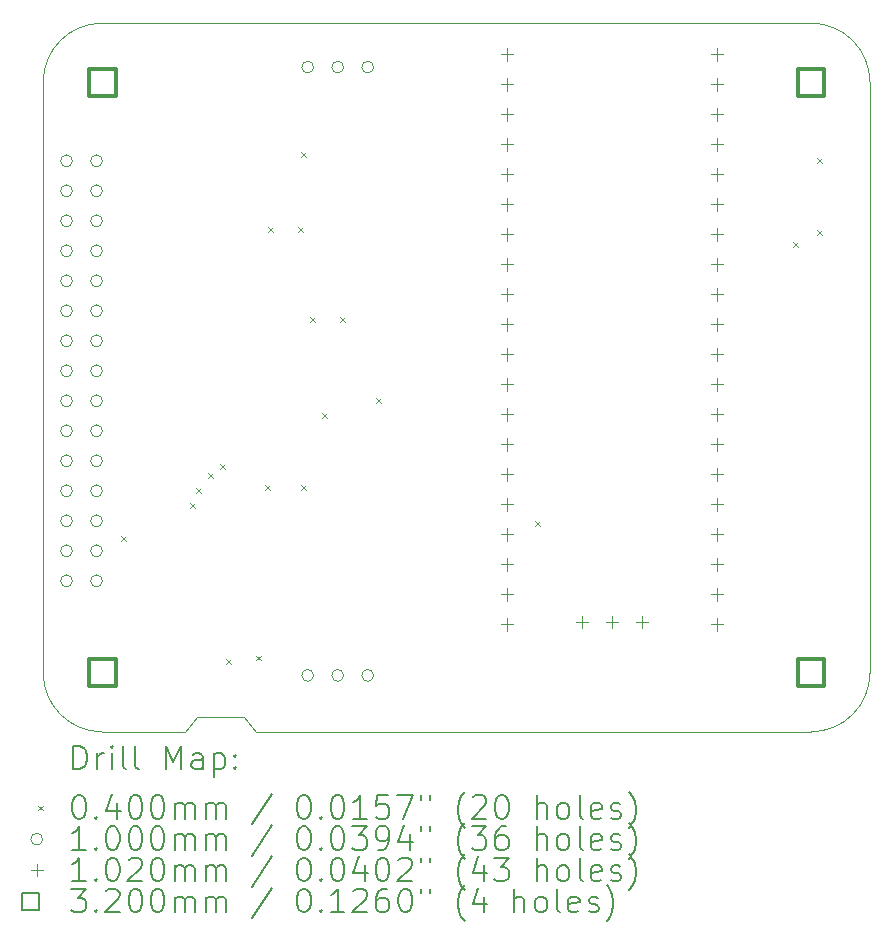
<source format=gbr>
%TF.GenerationSoftware,KiCad,Pcbnew,7.0.7*%
%TF.CreationDate,2023-10-08T00:04:54-07:00*%
%TF.ProjectId,LogicAnalyzer,4c6f6769-6341-46e6-916c-797a65722e6b,rev?*%
%TF.SameCoordinates,Original*%
%TF.FileFunction,Drillmap*%
%TF.FilePolarity,Positive*%
%FSLAX45Y45*%
G04 Gerber Fmt 4.5, Leading zero omitted, Abs format (unit mm)*
G04 Created by KiCad (PCBNEW 7.0.7) date 2023-10-08 00:04:54*
%MOMM*%
%LPD*%
G01*
G04 APERTURE LIST*
%ADD10C,0.100000*%
%ADD11C,0.200000*%
%ADD12C,0.040000*%
%ADD13C,0.102000*%
%ADD14C,0.320000*%
G04 APERTURE END LIST*
D10*
X7700000Y-12075000D02*
X7800000Y-12200000D01*
X7650000Y-12075000D02*
X7700000Y-12075000D01*
X7300000Y-12075000D02*
X7650000Y-12075000D01*
X7200000Y-12200000D02*
X7300000Y-12075000D01*
X6500000Y-12200000D02*
X7200000Y-12200000D01*
X6000000Y-11700000D02*
X6000000Y-6700000D01*
X12500000Y-12200000D02*
X7800000Y-12200000D01*
X13000000Y-6700000D02*
X13000000Y-11700000D01*
X6500000Y-6200000D02*
X12500000Y-6200000D01*
X6000000Y-11700000D02*
G75*
G03*
X6500000Y-12200000I500000J0D01*
G01*
X12500000Y-12200000D02*
G75*
G03*
X13000000Y-11700000I0J500000D01*
G01*
X13000000Y-6700000D02*
G75*
G03*
X12500000Y-6200000I-500000J0D01*
G01*
X6500000Y-6200000D02*
G75*
G03*
X6000000Y-6700000I0J-500000D01*
G01*
D11*
D12*
X6660200Y-10546400D02*
X6700200Y-10586400D01*
X6700200Y-10546400D02*
X6660200Y-10586400D01*
X7244400Y-10267000D02*
X7284400Y-10307000D01*
X7284400Y-10267000D02*
X7244400Y-10307000D01*
X7294735Y-10139535D02*
X7334735Y-10179535D01*
X7334735Y-10139535D02*
X7294735Y-10179535D01*
X7396335Y-10012535D02*
X7436335Y-10052535D01*
X7436335Y-10012535D02*
X7396335Y-10052535D01*
X7497378Y-9931000D02*
X7537378Y-9971000D01*
X7537378Y-9931000D02*
X7497378Y-9971000D01*
X7549200Y-11587800D02*
X7589200Y-11627800D01*
X7589200Y-11587800D02*
X7549200Y-11627800D01*
X7805000Y-11555000D02*
X7845000Y-11595000D01*
X7845000Y-11555000D02*
X7805000Y-11595000D01*
X7879400Y-10113500D02*
X7919400Y-10153500D01*
X7919400Y-10113500D02*
X7879400Y-10153500D01*
X7904800Y-7930200D02*
X7944800Y-7970200D01*
X7944800Y-7930200D02*
X7904800Y-7970200D01*
X8158800Y-7930200D02*
X8198800Y-7970200D01*
X8198800Y-7930200D02*
X8158800Y-7970200D01*
X8184199Y-10113500D02*
X8224199Y-10153500D01*
X8224199Y-10113500D02*
X8184199Y-10153500D01*
X8184200Y-7295200D02*
X8224200Y-7335200D01*
X8224200Y-7295200D02*
X8184200Y-7335200D01*
X8260400Y-8692200D02*
X8300400Y-8732200D01*
X8300400Y-8692200D02*
X8260400Y-8732200D01*
X8362000Y-9505000D02*
X8402000Y-9545000D01*
X8402000Y-9505000D02*
X8362000Y-9545000D01*
X8514400Y-8692200D02*
X8554400Y-8732200D01*
X8554400Y-8692200D02*
X8514400Y-8732200D01*
X8819200Y-9378000D02*
X8859200Y-9418000D01*
X8859200Y-9378000D02*
X8819200Y-9418000D01*
X10165400Y-10419400D02*
X10205400Y-10459400D01*
X10205400Y-10419400D02*
X10165400Y-10459400D01*
X12349800Y-8057200D02*
X12389800Y-8097200D01*
X12389800Y-8057200D02*
X12349800Y-8097200D01*
X12552999Y-7346000D02*
X12592999Y-7386000D01*
X12592999Y-7346000D02*
X12552999Y-7386000D01*
X12553000Y-7955600D02*
X12593000Y-7995600D01*
X12593000Y-7955600D02*
X12553000Y-7995600D01*
D10*
X6247600Y-7366000D02*
G75*
G03*
X6247600Y-7366000I-50000J0D01*
G01*
X6247600Y-7620000D02*
G75*
G03*
X6247600Y-7620000I-50000J0D01*
G01*
X6247600Y-7874000D02*
G75*
G03*
X6247600Y-7874000I-50000J0D01*
G01*
X6247600Y-8128000D02*
G75*
G03*
X6247600Y-8128000I-50000J0D01*
G01*
X6247600Y-8382000D02*
G75*
G03*
X6247600Y-8382000I-50000J0D01*
G01*
X6247600Y-8636000D02*
G75*
G03*
X6247600Y-8636000I-50000J0D01*
G01*
X6247600Y-8890000D02*
G75*
G03*
X6247600Y-8890000I-50000J0D01*
G01*
X6247600Y-9144000D02*
G75*
G03*
X6247600Y-9144000I-50000J0D01*
G01*
X6247600Y-9398000D02*
G75*
G03*
X6247600Y-9398000I-50000J0D01*
G01*
X6247600Y-9652000D02*
G75*
G03*
X6247600Y-9652000I-50000J0D01*
G01*
X6247600Y-9906000D02*
G75*
G03*
X6247600Y-9906000I-50000J0D01*
G01*
X6247600Y-10160000D02*
G75*
G03*
X6247600Y-10160000I-50000J0D01*
G01*
X6247600Y-10414000D02*
G75*
G03*
X6247600Y-10414000I-50000J0D01*
G01*
X6247600Y-10668000D02*
G75*
G03*
X6247600Y-10668000I-50000J0D01*
G01*
X6247600Y-10922000D02*
G75*
G03*
X6247600Y-10922000I-50000J0D01*
G01*
X6501600Y-7366000D02*
G75*
G03*
X6501600Y-7366000I-50000J0D01*
G01*
X6501600Y-7620000D02*
G75*
G03*
X6501600Y-7620000I-50000J0D01*
G01*
X6501600Y-7874000D02*
G75*
G03*
X6501600Y-7874000I-50000J0D01*
G01*
X6501600Y-8128000D02*
G75*
G03*
X6501600Y-8128000I-50000J0D01*
G01*
X6501600Y-8382000D02*
G75*
G03*
X6501600Y-8382000I-50000J0D01*
G01*
X6501600Y-8636000D02*
G75*
G03*
X6501600Y-8636000I-50000J0D01*
G01*
X6501600Y-8890000D02*
G75*
G03*
X6501600Y-8890000I-50000J0D01*
G01*
X6501600Y-9144000D02*
G75*
G03*
X6501600Y-9144000I-50000J0D01*
G01*
X6501600Y-9398000D02*
G75*
G03*
X6501600Y-9398000I-50000J0D01*
G01*
X6501600Y-9652000D02*
G75*
G03*
X6501600Y-9652000I-50000J0D01*
G01*
X6501600Y-9906000D02*
G75*
G03*
X6501600Y-9906000I-50000J0D01*
G01*
X6501600Y-10160000D02*
G75*
G03*
X6501600Y-10160000I-50000J0D01*
G01*
X6501600Y-10414000D02*
G75*
G03*
X6501600Y-10414000I-50000J0D01*
G01*
X6501600Y-10668000D02*
G75*
G03*
X6501600Y-10668000I-50000J0D01*
G01*
X6501600Y-10922000D02*
G75*
G03*
X6501600Y-10922000I-50000J0D01*
G01*
X8289500Y-6572500D02*
G75*
G03*
X8289500Y-6572500I-50000J0D01*
G01*
X8289500Y-11722600D02*
G75*
G03*
X8289500Y-11722600I-50000J0D01*
G01*
X8543500Y-6572500D02*
G75*
G03*
X8543500Y-6572500I-50000J0D01*
G01*
X8543500Y-11722600D02*
G75*
G03*
X8543500Y-11722600I-50000J0D01*
G01*
X8797500Y-6572500D02*
G75*
G03*
X8797500Y-6572500I-50000J0D01*
G01*
X8797500Y-11722600D02*
G75*
G03*
X8797500Y-11722600I-50000J0D01*
G01*
D13*
X9929500Y-6414500D02*
X9929500Y-6516500D01*
X9878500Y-6465500D02*
X9980500Y-6465500D01*
X9929500Y-6668500D02*
X9929500Y-6770500D01*
X9878500Y-6719500D02*
X9980500Y-6719500D01*
X9929500Y-6922500D02*
X9929500Y-7024500D01*
X9878500Y-6973500D02*
X9980500Y-6973500D01*
X9929500Y-7176500D02*
X9929500Y-7278500D01*
X9878500Y-7227500D02*
X9980500Y-7227500D01*
X9929500Y-7430500D02*
X9929500Y-7532500D01*
X9878500Y-7481500D02*
X9980500Y-7481500D01*
X9929500Y-7684500D02*
X9929500Y-7786500D01*
X9878500Y-7735500D02*
X9980500Y-7735500D01*
X9929500Y-7938500D02*
X9929500Y-8040500D01*
X9878500Y-7989500D02*
X9980500Y-7989500D01*
X9929500Y-8192500D02*
X9929500Y-8294500D01*
X9878500Y-8243500D02*
X9980500Y-8243500D01*
X9929500Y-8446500D02*
X9929500Y-8548500D01*
X9878500Y-8497500D02*
X9980500Y-8497500D01*
X9929500Y-8700500D02*
X9929500Y-8802500D01*
X9878500Y-8751500D02*
X9980500Y-8751500D01*
X9929500Y-8954500D02*
X9929500Y-9056500D01*
X9878500Y-9005500D02*
X9980500Y-9005500D01*
X9929500Y-9208500D02*
X9929500Y-9310500D01*
X9878500Y-9259500D02*
X9980500Y-9259500D01*
X9929500Y-9462500D02*
X9929500Y-9564500D01*
X9878500Y-9513500D02*
X9980500Y-9513500D01*
X9929500Y-9716500D02*
X9929500Y-9818500D01*
X9878500Y-9767500D02*
X9980500Y-9767500D01*
X9929500Y-9970500D02*
X9929500Y-10072500D01*
X9878500Y-10021500D02*
X9980500Y-10021500D01*
X9929500Y-10224500D02*
X9929500Y-10326500D01*
X9878500Y-10275500D02*
X9980500Y-10275500D01*
X9929500Y-10478500D02*
X9929500Y-10580500D01*
X9878500Y-10529500D02*
X9980500Y-10529500D01*
X9929500Y-10732500D02*
X9929500Y-10834500D01*
X9878500Y-10783500D02*
X9980500Y-10783500D01*
X9929500Y-10986500D02*
X9929500Y-11088500D01*
X9878500Y-11037500D02*
X9980500Y-11037500D01*
X9929500Y-11240500D02*
X9929500Y-11342500D01*
X9878500Y-11291500D02*
X9980500Y-11291500D01*
X10564500Y-11217500D02*
X10564500Y-11319500D01*
X10513500Y-11268500D02*
X10615500Y-11268500D01*
X10818500Y-11217500D02*
X10818500Y-11319500D01*
X10767500Y-11268500D02*
X10869500Y-11268500D01*
X11072500Y-11217500D02*
X11072500Y-11319500D01*
X11021500Y-11268500D02*
X11123500Y-11268500D01*
X11707500Y-6414500D02*
X11707500Y-6516500D01*
X11656500Y-6465500D02*
X11758500Y-6465500D01*
X11707500Y-6668500D02*
X11707500Y-6770500D01*
X11656500Y-6719500D02*
X11758500Y-6719500D01*
X11707500Y-6922500D02*
X11707500Y-7024500D01*
X11656500Y-6973500D02*
X11758500Y-6973500D01*
X11707500Y-7176500D02*
X11707500Y-7278500D01*
X11656500Y-7227500D02*
X11758500Y-7227500D01*
X11707500Y-7430500D02*
X11707500Y-7532500D01*
X11656500Y-7481500D02*
X11758500Y-7481500D01*
X11707500Y-7684500D02*
X11707500Y-7786500D01*
X11656500Y-7735500D02*
X11758500Y-7735500D01*
X11707500Y-7938500D02*
X11707500Y-8040500D01*
X11656500Y-7989500D02*
X11758500Y-7989500D01*
X11707500Y-8192500D02*
X11707500Y-8294500D01*
X11656500Y-8243500D02*
X11758500Y-8243500D01*
X11707500Y-8446500D02*
X11707500Y-8548500D01*
X11656500Y-8497500D02*
X11758500Y-8497500D01*
X11707500Y-8700500D02*
X11707500Y-8802500D01*
X11656500Y-8751500D02*
X11758500Y-8751500D01*
X11707500Y-8954500D02*
X11707500Y-9056500D01*
X11656500Y-9005500D02*
X11758500Y-9005500D01*
X11707500Y-9208500D02*
X11707500Y-9310500D01*
X11656500Y-9259500D02*
X11758500Y-9259500D01*
X11707500Y-9462500D02*
X11707500Y-9564500D01*
X11656500Y-9513500D02*
X11758500Y-9513500D01*
X11707500Y-9716500D02*
X11707500Y-9818500D01*
X11656500Y-9767500D02*
X11758500Y-9767500D01*
X11707500Y-9970500D02*
X11707500Y-10072500D01*
X11656500Y-10021500D02*
X11758500Y-10021500D01*
X11707500Y-10224500D02*
X11707500Y-10326500D01*
X11656500Y-10275500D02*
X11758500Y-10275500D01*
X11707500Y-10478500D02*
X11707500Y-10580500D01*
X11656500Y-10529500D02*
X11758500Y-10529500D01*
X11707500Y-10732500D02*
X11707500Y-10834500D01*
X11656500Y-10783500D02*
X11758500Y-10783500D01*
X11707500Y-10986500D02*
X11707500Y-11088500D01*
X11656500Y-11037500D02*
X11758500Y-11037500D01*
X11707500Y-11240500D02*
X11707500Y-11342500D01*
X11656500Y-11291500D02*
X11758500Y-11291500D01*
D14*
X6613138Y-6813138D02*
X6613138Y-6586862D01*
X6386862Y-6586862D01*
X6386862Y-6813138D01*
X6613138Y-6813138D01*
X6613138Y-11813138D02*
X6613138Y-11586862D01*
X6386862Y-11586862D01*
X6386862Y-11813138D01*
X6613138Y-11813138D01*
X12613138Y-6813138D02*
X12613138Y-6586862D01*
X12386862Y-6586862D01*
X12386862Y-6813138D01*
X12613138Y-6813138D01*
X12613138Y-11813138D02*
X12613138Y-11586862D01*
X12386862Y-11586862D01*
X12386862Y-11813138D01*
X12613138Y-11813138D01*
D11*
X6255777Y-12516484D02*
X6255777Y-12316484D01*
X6255777Y-12316484D02*
X6303396Y-12316484D01*
X6303396Y-12316484D02*
X6331967Y-12326008D01*
X6331967Y-12326008D02*
X6351015Y-12345055D01*
X6351015Y-12345055D02*
X6360539Y-12364103D01*
X6360539Y-12364103D02*
X6370062Y-12402198D01*
X6370062Y-12402198D02*
X6370062Y-12430769D01*
X6370062Y-12430769D02*
X6360539Y-12468865D01*
X6360539Y-12468865D02*
X6351015Y-12487912D01*
X6351015Y-12487912D02*
X6331967Y-12506960D01*
X6331967Y-12506960D02*
X6303396Y-12516484D01*
X6303396Y-12516484D02*
X6255777Y-12516484D01*
X6455777Y-12516484D02*
X6455777Y-12383150D01*
X6455777Y-12421246D02*
X6465301Y-12402198D01*
X6465301Y-12402198D02*
X6474824Y-12392674D01*
X6474824Y-12392674D02*
X6493872Y-12383150D01*
X6493872Y-12383150D02*
X6512920Y-12383150D01*
X6579586Y-12516484D02*
X6579586Y-12383150D01*
X6579586Y-12316484D02*
X6570062Y-12326008D01*
X6570062Y-12326008D02*
X6579586Y-12335531D01*
X6579586Y-12335531D02*
X6589110Y-12326008D01*
X6589110Y-12326008D02*
X6579586Y-12316484D01*
X6579586Y-12316484D02*
X6579586Y-12335531D01*
X6703396Y-12516484D02*
X6684348Y-12506960D01*
X6684348Y-12506960D02*
X6674824Y-12487912D01*
X6674824Y-12487912D02*
X6674824Y-12316484D01*
X6808158Y-12516484D02*
X6789110Y-12506960D01*
X6789110Y-12506960D02*
X6779586Y-12487912D01*
X6779586Y-12487912D02*
X6779586Y-12316484D01*
X7036729Y-12516484D02*
X7036729Y-12316484D01*
X7036729Y-12316484D02*
X7103396Y-12459341D01*
X7103396Y-12459341D02*
X7170062Y-12316484D01*
X7170062Y-12316484D02*
X7170062Y-12516484D01*
X7351015Y-12516484D02*
X7351015Y-12411722D01*
X7351015Y-12411722D02*
X7341491Y-12392674D01*
X7341491Y-12392674D02*
X7322443Y-12383150D01*
X7322443Y-12383150D02*
X7284348Y-12383150D01*
X7284348Y-12383150D02*
X7265301Y-12392674D01*
X7351015Y-12506960D02*
X7331967Y-12516484D01*
X7331967Y-12516484D02*
X7284348Y-12516484D01*
X7284348Y-12516484D02*
X7265301Y-12506960D01*
X7265301Y-12506960D02*
X7255777Y-12487912D01*
X7255777Y-12487912D02*
X7255777Y-12468865D01*
X7255777Y-12468865D02*
X7265301Y-12449817D01*
X7265301Y-12449817D02*
X7284348Y-12440293D01*
X7284348Y-12440293D02*
X7331967Y-12440293D01*
X7331967Y-12440293D02*
X7351015Y-12430769D01*
X7446253Y-12383150D02*
X7446253Y-12583150D01*
X7446253Y-12392674D02*
X7465301Y-12383150D01*
X7465301Y-12383150D02*
X7503396Y-12383150D01*
X7503396Y-12383150D02*
X7522443Y-12392674D01*
X7522443Y-12392674D02*
X7531967Y-12402198D01*
X7531967Y-12402198D02*
X7541491Y-12421246D01*
X7541491Y-12421246D02*
X7541491Y-12478388D01*
X7541491Y-12478388D02*
X7531967Y-12497436D01*
X7531967Y-12497436D02*
X7522443Y-12506960D01*
X7522443Y-12506960D02*
X7503396Y-12516484D01*
X7503396Y-12516484D02*
X7465301Y-12516484D01*
X7465301Y-12516484D02*
X7446253Y-12506960D01*
X7627205Y-12497436D02*
X7636729Y-12506960D01*
X7636729Y-12506960D02*
X7627205Y-12516484D01*
X7627205Y-12516484D02*
X7617682Y-12506960D01*
X7617682Y-12506960D02*
X7627205Y-12497436D01*
X7627205Y-12497436D02*
X7627205Y-12516484D01*
X7627205Y-12392674D02*
X7636729Y-12402198D01*
X7636729Y-12402198D02*
X7627205Y-12411722D01*
X7627205Y-12411722D02*
X7617682Y-12402198D01*
X7617682Y-12402198D02*
X7627205Y-12392674D01*
X7627205Y-12392674D02*
X7627205Y-12411722D01*
D12*
X5955000Y-12825000D02*
X5995000Y-12865000D01*
X5995000Y-12825000D02*
X5955000Y-12865000D01*
D11*
X6293872Y-12736484D02*
X6312920Y-12736484D01*
X6312920Y-12736484D02*
X6331967Y-12746008D01*
X6331967Y-12746008D02*
X6341491Y-12755531D01*
X6341491Y-12755531D02*
X6351015Y-12774579D01*
X6351015Y-12774579D02*
X6360539Y-12812674D01*
X6360539Y-12812674D02*
X6360539Y-12860293D01*
X6360539Y-12860293D02*
X6351015Y-12898388D01*
X6351015Y-12898388D02*
X6341491Y-12917436D01*
X6341491Y-12917436D02*
X6331967Y-12926960D01*
X6331967Y-12926960D02*
X6312920Y-12936484D01*
X6312920Y-12936484D02*
X6293872Y-12936484D01*
X6293872Y-12936484D02*
X6274824Y-12926960D01*
X6274824Y-12926960D02*
X6265301Y-12917436D01*
X6265301Y-12917436D02*
X6255777Y-12898388D01*
X6255777Y-12898388D02*
X6246253Y-12860293D01*
X6246253Y-12860293D02*
X6246253Y-12812674D01*
X6246253Y-12812674D02*
X6255777Y-12774579D01*
X6255777Y-12774579D02*
X6265301Y-12755531D01*
X6265301Y-12755531D02*
X6274824Y-12746008D01*
X6274824Y-12746008D02*
X6293872Y-12736484D01*
X6446253Y-12917436D02*
X6455777Y-12926960D01*
X6455777Y-12926960D02*
X6446253Y-12936484D01*
X6446253Y-12936484D02*
X6436729Y-12926960D01*
X6436729Y-12926960D02*
X6446253Y-12917436D01*
X6446253Y-12917436D02*
X6446253Y-12936484D01*
X6627205Y-12803150D02*
X6627205Y-12936484D01*
X6579586Y-12726960D02*
X6531967Y-12869817D01*
X6531967Y-12869817D02*
X6655777Y-12869817D01*
X6770062Y-12736484D02*
X6789110Y-12736484D01*
X6789110Y-12736484D02*
X6808158Y-12746008D01*
X6808158Y-12746008D02*
X6817682Y-12755531D01*
X6817682Y-12755531D02*
X6827205Y-12774579D01*
X6827205Y-12774579D02*
X6836729Y-12812674D01*
X6836729Y-12812674D02*
X6836729Y-12860293D01*
X6836729Y-12860293D02*
X6827205Y-12898388D01*
X6827205Y-12898388D02*
X6817682Y-12917436D01*
X6817682Y-12917436D02*
X6808158Y-12926960D01*
X6808158Y-12926960D02*
X6789110Y-12936484D01*
X6789110Y-12936484D02*
X6770062Y-12936484D01*
X6770062Y-12936484D02*
X6751015Y-12926960D01*
X6751015Y-12926960D02*
X6741491Y-12917436D01*
X6741491Y-12917436D02*
X6731967Y-12898388D01*
X6731967Y-12898388D02*
X6722443Y-12860293D01*
X6722443Y-12860293D02*
X6722443Y-12812674D01*
X6722443Y-12812674D02*
X6731967Y-12774579D01*
X6731967Y-12774579D02*
X6741491Y-12755531D01*
X6741491Y-12755531D02*
X6751015Y-12746008D01*
X6751015Y-12746008D02*
X6770062Y-12736484D01*
X6960539Y-12736484D02*
X6979586Y-12736484D01*
X6979586Y-12736484D02*
X6998634Y-12746008D01*
X6998634Y-12746008D02*
X7008158Y-12755531D01*
X7008158Y-12755531D02*
X7017682Y-12774579D01*
X7017682Y-12774579D02*
X7027205Y-12812674D01*
X7027205Y-12812674D02*
X7027205Y-12860293D01*
X7027205Y-12860293D02*
X7017682Y-12898388D01*
X7017682Y-12898388D02*
X7008158Y-12917436D01*
X7008158Y-12917436D02*
X6998634Y-12926960D01*
X6998634Y-12926960D02*
X6979586Y-12936484D01*
X6979586Y-12936484D02*
X6960539Y-12936484D01*
X6960539Y-12936484D02*
X6941491Y-12926960D01*
X6941491Y-12926960D02*
X6931967Y-12917436D01*
X6931967Y-12917436D02*
X6922443Y-12898388D01*
X6922443Y-12898388D02*
X6912920Y-12860293D01*
X6912920Y-12860293D02*
X6912920Y-12812674D01*
X6912920Y-12812674D02*
X6922443Y-12774579D01*
X6922443Y-12774579D02*
X6931967Y-12755531D01*
X6931967Y-12755531D02*
X6941491Y-12746008D01*
X6941491Y-12746008D02*
X6960539Y-12736484D01*
X7112920Y-12936484D02*
X7112920Y-12803150D01*
X7112920Y-12822198D02*
X7122443Y-12812674D01*
X7122443Y-12812674D02*
X7141491Y-12803150D01*
X7141491Y-12803150D02*
X7170063Y-12803150D01*
X7170063Y-12803150D02*
X7189110Y-12812674D01*
X7189110Y-12812674D02*
X7198634Y-12831722D01*
X7198634Y-12831722D02*
X7198634Y-12936484D01*
X7198634Y-12831722D02*
X7208158Y-12812674D01*
X7208158Y-12812674D02*
X7227205Y-12803150D01*
X7227205Y-12803150D02*
X7255777Y-12803150D01*
X7255777Y-12803150D02*
X7274824Y-12812674D01*
X7274824Y-12812674D02*
X7284348Y-12831722D01*
X7284348Y-12831722D02*
X7284348Y-12936484D01*
X7379586Y-12936484D02*
X7379586Y-12803150D01*
X7379586Y-12822198D02*
X7389110Y-12812674D01*
X7389110Y-12812674D02*
X7408158Y-12803150D01*
X7408158Y-12803150D02*
X7436729Y-12803150D01*
X7436729Y-12803150D02*
X7455777Y-12812674D01*
X7455777Y-12812674D02*
X7465301Y-12831722D01*
X7465301Y-12831722D02*
X7465301Y-12936484D01*
X7465301Y-12831722D02*
X7474824Y-12812674D01*
X7474824Y-12812674D02*
X7493872Y-12803150D01*
X7493872Y-12803150D02*
X7522443Y-12803150D01*
X7522443Y-12803150D02*
X7541491Y-12812674D01*
X7541491Y-12812674D02*
X7551015Y-12831722D01*
X7551015Y-12831722D02*
X7551015Y-12936484D01*
X7941491Y-12726960D02*
X7770063Y-12984103D01*
X8198634Y-12736484D02*
X8217682Y-12736484D01*
X8217682Y-12736484D02*
X8236729Y-12746008D01*
X8236729Y-12746008D02*
X8246253Y-12755531D01*
X8246253Y-12755531D02*
X8255777Y-12774579D01*
X8255777Y-12774579D02*
X8265301Y-12812674D01*
X8265301Y-12812674D02*
X8265301Y-12860293D01*
X8265301Y-12860293D02*
X8255777Y-12898388D01*
X8255777Y-12898388D02*
X8246253Y-12917436D01*
X8246253Y-12917436D02*
X8236729Y-12926960D01*
X8236729Y-12926960D02*
X8217682Y-12936484D01*
X8217682Y-12936484D02*
X8198634Y-12936484D01*
X8198634Y-12936484D02*
X8179586Y-12926960D01*
X8179586Y-12926960D02*
X8170063Y-12917436D01*
X8170063Y-12917436D02*
X8160539Y-12898388D01*
X8160539Y-12898388D02*
X8151015Y-12860293D01*
X8151015Y-12860293D02*
X8151015Y-12812674D01*
X8151015Y-12812674D02*
X8160539Y-12774579D01*
X8160539Y-12774579D02*
X8170063Y-12755531D01*
X8170063Y-12755531D02*
X8179586Y-12746008D01*
X8179586Y-12746008D02*
X8198634Y-12736484D01*
X8351015Y-12917436D02*
X8360539Y-12926960D01*
X8360539Y-12926960D02*
X8351015Y-12936484D01*
X8351015Y-12936484D02*
X8341491Y-12926960D01*
X8341491Y-12926960D02*
X8351015Y-12917436D01*
X8351015Y-12917436D02*
X8351015Y-12936484D01*
X8484348Y-12736484D02*
X8503396Y-12736484D01*
X8503396Y-12736484D02*
X8522444Y-12746008D01*
X8522444Y-12746008D02*
X8531968Y-12755531D01*
X8531968Y-12755531D02*
X8541491Y-12774579D01*
X8541491Y-12774579D02*
X8551015Y-12812674D01*
X8551015Y-12812674D02*
X8551015Y-12860293D01*
X8551015Y-12860293D02*
X8541491Y-12898388D01*
X8541491Y-12898388D02*
X8531968Y-12917436D01*
X8531968Y-12917436D02*
X8522444Y-12926960D01*
X8522444Y-12926960D02*
X8503396Y-12936484D01*
X8503396Y-12936484D02*
X8484348Y-12936484D01*
X8484348Y-12936484D02*
X8465301Y-12926960D01*
X8465301Y-12926960D02*
X8455777Y-12917436D01*
X8455777Y-12917436D02*
X8446253Y-12898388D01*
X8446253Y-12898388D02*
X8436729Y-12860293D01*
X8436729Y-12860293D02*
X8436729Y-12812674D01*
X8436729Y-12812674D02*
X8446253Y-12774579D01*
X8446253Y-12774579D02*
X8455777Y-12755531D01*
X8455777Y-12755531D02*
X8465301Y-12746008D01*
X8465301Y-12746008D02*
X8484348Y-12736484D01*
X8741491Y-12936484D02*
X8627206Y-12936484D01*
X8684348Y-12936484D02*
X8684348Y-12736484D01*
X8684348Y-12736484D02*
X8665301Y-12765055D01*
X8665301Y-12765055D02*
X8646253Y-12784103D01*
X8646253Y-12784103D02*
X8627206Y-12793627D01*
X8922444Y-12736484D02*
X8827206Y-12736484D01*
X8827206Y-12736484D02*
X8817682Y-12831722D01*
X8817682Y-12831722D02*
X8827206Y-12822198D01*
X8827206Y-12822198D02*
X8846253Y-12812674D01*
X8846253Y-12812674D02*
X8893872Y-12812674D01*
X8893872Y-12812674D02*
X8912920Y-12822198D01*
X8912920Y-12822198D02*
X8922444Y-12831722D01*
X8922444Y-12831722D02*
X8931968Y-12850769D01*
X8931968Y-12850769D02*
X8931968Y-12898388D01*
X8931968Y-12898388D02*
X8922444Y-12917436D01*
X8922444Y-12917436D02*
X8912920Y-12926960D01*
X8912920Y-12926960D02*
X8893872Y-12936484D01*
X8893872Y-12936484D02*
X8846253Y-12936484D01*
X8846253Y-12936484D02*
X8827206Y-12926960D01*
X8827206Y-12926960D02*
X8817682Y-12917436D01*
X8998634Y-12736484D02*
X9131968Y-12736484D01*
X9131968Y-12736484D02*
X9046253Y-12936484D01*
X9198634Y-12736484D02*
X9198634Y-12774579D01*
X9274825Y-12736484D02*
X9274825Y-12774579D01*
X9570063Y-13012674D02*
X9560539Y-13003150D01*
X9560539Y-13003150D02*
X9541491Y-12974579D01*
X9541491Y-12974579D02*
X9531968Y-12955531D01*
X9531968Y-12955531D02*
X9522444Y-12926960D01*
X9522444Y-12926960D02*
X9512920Y-12879341D01*
X9512920Y-12879341D02*
X9512920Y-12841246D01*
X9512920Y-12841246D02*
X9522444Y-12793627D01*
X9522444Y-12793627D02*
X9531968Y-12765055D01*
X9531968Y-12765055D02*
X9541491Y-12746008D01*
X9541491Y-12746008D02*
X9560539Y-12717436D01*
X9560539Y-12717436D02*
X9570063Y-12707912D01*
X9636730Y-12755531D02*
X9646253Y-12746008D01*
X9646253Y-12746008D02*
X9665301Y-12736484D01*
X9665301Y-12736484D02*
X9712920Y-12736484D01*
X9712920Y-12736484D02*
X9731968Y-12746008D01*
X9731968Y-12746008D02*
X9741491Y-12755531D01*
X9741491Y-12755531D02*
X9751015Y-12774579D01*
X9751015Y-12774579D02*
X9751015Y-12793627D01*
X9751015Y-12793627D02*
X9741491Y-12822198D01*
X9741491Y-12822198D02*
X9627206Y-12936484D01*
X9627206Y-12936484D02*
X9751015Y-12936484D01*
X9874825Y-12736484D02*
X9893872Y-12736484D01*
X9893872Y-12736484D02*
X9912920Y-12746008D01*
X9912920Y-12746008D02*
X9922444Y-12755531D01*
X9922444Y-12755531D02*
X9931968Y-12774579D01*
X9931968Y-12774579D02*
X9941491Y-12812674D01*
X9941491Y-12812674D02*
X9941491Y-12860293D01*
X9941491Y-12860293D02*
X9931968Y-12898388D01*
X9931968Y-12898388D02*
X9922444Y-12917436D01*
X9922444Y-12917436D02*
X9912920Y-12926960D01*
X9912920Y-12926960D02*
X9893872Y-12936484D01*
X9893872Y-12936484D02*
X9874825Y-12936484D01*
X9874825Y-12936484D02*
X9855777Y-12926960D01*
X9855777Y-12926960D02*
X9846253Y-12917436D01*
X9846253Y-12917436D02*
X9836730Y-12898388D01*
X9836730Y-12898388D02*
X9827206Y-12860293D01*
X9827206Y-12860293D02*
X9827206Y-12812674D01*
X9827206Y-12812674D02*
X9836730Y-12774579D01*
X9836730Y-12774579D02*
X9846253Y-12755531D01*
X9846253Y-12755531D02*
X9855777Y-12746008D01*
X9855777Y-12746008D02*
X9874825Y-12736484D01*
X10179587Y-12936484D02*
X10179587Y-12736484D01*
X10265301Y-12936484D02*
X10265301Y-12831722D01*
X10265301Y-12831722D02*
X10255777Y-12812674D01*
X10255777Y-12812674D02*
X10236730Y-12803150D01*
X10236730Y-12803150D02*
X10208158Y-12803150D01*
X10208158Y-12803150D02*
X10189111Y-12812674D01*
X10189111Y-12812674D02*
X10179587Y-12822198D01*
X10389111Y-12936484D02*
X10370063Y-12926960D01*
X10370063Y-12926960D02*
X10360539Y-12917436D01*
X10360539Y-12917436D02*
X10351015Y-12898388D01*
X10351015Y-12898388D02*
X10351015Y-12841246D01*
X10351015Y-12841246D02*
X10360539Y-12822198D01*
X10360539Y-12822198D02*
X10370063Y-12812674D01*
X10370063Y-12812674D02*
X10389111Y-12803150D01*
X10389111Y-12803150D02*
X10417682Y-12803150D01*
X10417682Y-12803150D02*
X10436730Y-12812674D01*
X10436730Y-12812674D02*
X10446253Y-12822198D01*
X10446253Y-12822198D02*
X10455777Y-12841246D01*
X10455777Y-12841246D02*
X10455777Y-12898388D01*
X10455777Y-12898388D02*
X10446253Y-12917436D01*
X10446253Y-12917436D02*
X10436730Y-12926960D01*
X10436730Y-12926960D02*
X10417682Y-12936484D01*
X10417682Y-12936484D02*
X10389111Y-12936484D01*
X10570063Y-12936484D02*
X10551015Y-12926960D01*
X10551015Y-12926960D02*
X10541492Y-12907912D01*
X10541492Y-12907912D02*
X10541492Y-12736484D01*
X10722444Y-12926960D02*
X10703396Y-12936484D01*
X10703396Y-12936484D02*
X10665301Y-12936484D01*
X10665301Y-12936484D02*
X10646253Y-12926960D01*
X10646253Y-12926960D02*
X10636730Y-12907912D01*
X10636730Y-12907912D02*
X10636730Y-12831722D01*
X10636730Y-12831722D02*
X10646253Y-12812674D01*
X10646253Y-12812674D02*
X10665301Y-12803150D01*
X10665301Y-12803150D02*
X10703396Y-12803150D01*
X10703396Y-12803150D02*
X10722444Y-12812674D01*
X10722444Y-12812674D02*
X10731968Y-12831722D01*
X10731968Y-12831722D02*
X10731968Y-12850769D01*
X10731968Y-12850769D02*
X10636730Y-12869817D01*
X10808158Y-12926960D02*
X10827206Y-12936484D01*
X10827206Y-12936484D02*
X10865301Y-12936484D01*
X10865301Y-12936484D02*
X10884349Y-12926960D01*
X10884349Y-12926960D02*
X10893873Y-12907912D01*
X10893873Y-12907912D02*
X10893873Y-12898388D01*
X10893873Y-12898388D02*
X10884349Y-12879341D01*
X10884349Y-12879341D02*
X10865301Y-12869817D01*
X10865301Y-12869817D02*
X10836730Y-12869817D01*
X10836730Y-12869817D02*
X10817682Y-12860293D01*
X10817682Y-12860293D02*
X10808158Y-12841246D01*
X10808158Y-12841246D02*
X10808158Y-12831722D01*
X10808158Y-12831722D02*
X10817682Y-12812674D01*
X10817682Y-12812674D02*
X10836730Y-12803150D01*
X10836730Y-12803150D02*
X10865301Y-12803150D01*
X10865301Y-12803150D02*
X10884349Y-12812674D01*
X10960539Y-13012674D02*
X10970063Y-13003150D01*
X10970063Y-13003150D02*
X10989111Y-12974579D01*
X10989111Y-12974579D02*
X10998634Y-12955531D01*
X10998634Y-12955531D02*
X11008158Y-12926960D01*
X11008158Y-12926960D02*
X11017682Y-12879341D01*
X11017682Y-12879341D02*
X11017682Y-12841246D01*
X11017682Y-12841246D02*
X11008158Y-12793627D01*
X11008158Y-12793627D02*
X10998634Y-12765055D01*
X10998634Y-12765055D02*
X10989111Y-12746008D01*
X10989111Y-12746008D02*
X10970063Y-12717436D01*
X10970063Y-12717436D02*
X10960539Y-12707912D01*
D10*
X5995000Y-13109000D02*
G75*
G03*
X5995000Y-13109000I-50000J0D01*
G01*
D11*
X6360539Y-13200484D02*
X6246253Y-13200484D01*
X6303396Y-13200484D02*
X6303396Y-13000484D01*
X6303396Y-13000484D02*
X6284348Y-13029055D01*
X6284348Y-13029055D02*
X6265301Y-13048103D01*
X6265301Y-13048103D02*
X6246253Y-13057627D01*
X6446253Y-13181436D02*
X6455777Y-13190960D01*
X6455777Y-13190960D02*
X6446253Y-13200484D01*
X6446253Y-13200484D02*
X6436729Y-13190960D01*
X6436729Y-13190960D02*
X6446253Y-13181436D01*
X6446253Y-13181436D02*
X6446253Y-13200484D01*
X6579586Y-13000484D02*
X6598634Y-13000484D01*
X6598634Y-13000484D02*
X6617682Y-13010008D01*
X6617682Y-13010008D02*
X6627205Y-13019531D01*
X6627205Y-13019531D02*
X6636729Y-13038579D01*
X6636729Y-13038579D02*
X6646253Y-13076674D01*
X6646253Y-13076674D02*
X6646253Y-13124293D01*
X6646253Y-13124293D02*
X6636729Y-13162388D01*
X6636729Y-13162388D02*
X6627205Y-13181436D01*
X6627205Y-13181436D02*
X6617682Y-13190960D01*
X6617682Y-13190960D02*
X6598634Y-13200484D01*
X6598634Y-13200484D02*
X6579586Y-13200484D01*
X6579586Y-13200484D02*
X6560539Y-13190960D01*
X6560539Y-13190960D02*
X6551015Y-13181436D01*
X6551015Y-13181436D02*
X6541491Y-13162388D01*
X6541491Y-13162388D02*
X6531967Y-13124293D01*
X6531967Y-13124293D02*
X6531967Y-13076674D01*
X6531967Y-13076674D02*
X6541491Y-13038579D01*
X6541491Y-13038579D02*
X6551015Y-13019531D01*
X6551015Y-13019531D02*
X6560539Y-13010008D01*
X6560539Y-13010008D02*
X6579586Y-13000484D01*
X6770062Y-13000484D02*
X6789110Y-13000484D01*
X6789110Y-13000484D02*
X6808158Y-13010008D01*
X6808158Y-13010008D02*
X6817682Y-13019531D01*
X6817682Y-13019531D02*
X6827205Y-13038579D01*
X6827205Y-13038579D02*
X6836729Y-13076674D01*
X6836729Y-13076674D02*
X6836729Y-13124293D01*
X6836729Y-13124293D02*
X6827205Y-13162388D01*
X6827205Y-13162388D02*
X6817682Y-13181436D01*
X6817682Y-13181436D02*
X6808158Y-13190960D01*
X6808158Y-13190960D02*
X6789110Y-13200484D01*
X6789110Y-13200484D02*
X6770062Y-13200484D01*
X6770062Y-13200484D02*
X6751015Y-13190960D01*
X6751015Y-13190960D02*
X6741491Y-13181436D01*
X6741491Y-13181436D02*
X6731967Y-13162388D01*
X6731967Y-13162388D02*
X6722443Y-13124293D01*
X6722443Y-13124293D02*
X6722443Y-13076674D01*
X6722443Y-13076674D02*
X6731967Y-13038579D01*
X6731967Y-13038579D02*
X6741491Y-13019531D01*
X6741491Y-13019531D02*
X6751015Y-13010008D01*
X6751015Y-13010008D02*
X6770062Y-13000484D01*
X6960539Y-13000484D02*
X6979586Y-13000484D01*
X6979586Y-13000484D02*
X6998634Y-13010008D01*
X6998634Y-13010008D02*
X7008158Y-13019531D01*
X7008158Y-13019531D02*
X7017682Y-13038579D01*
X7017682Y-13038579D02*
X7027205Y-13076674D01*
X7027205Y-13076674D02*
X7027205Y-13124293D01*
X7027205Y-13124293D02*
X7017682Y-13162388D01*
X7017682Y-13162388D02*
X7008158Y-13181436D01*
X7008158Y-13181436D02*
X6998634Y-13190960D01*
X6998634Y-13190960D02*
X6979586Y-13200484D01*
X6979586Y-13200484D02*
X6960539Y-13200484D01*
X6960539Y-13200484D02*
X6941491Y-13190960D01*
X6941491Y-13190960D02*
X6931967Y-13181436D01*
X6931967Y-13181436D02*
X6922443Y-13162388D01*
X6922443Y-13162388D02*
X6912920Y-13124293D01*
X6912920Y-13124293D02*
X6912920Y-13076674D01*
X6912920Y-13076674D02*
X6922443Y-13038579D01*
X6922443Y-13038579D02*
X6931967Y-13019531D01*
X6931967Y-13019531D02*
X6941491Y-13010008D01*
X6941491Y-13010008D02*
X6960539Y-13000484D01*
X7112920Y-13200484D02*
X7112920Y-13067150D01*
X7112920Y-13086198D02*
X7122443Y-13076674D01*
X7122443Y-13076674D02*
X7141491Y-13067150D01*
X7141491Y-13067150D02*
X7170063Y-13067150D01*
X7170063Y-13067150D02*
X7189110Y-13076674D01*
X7189110Y-13076674D02*
X7198634Y-13095722D01*
X7198634Y-13095722D02*
X7198634Y-13200484D01*
X7198634Y-13095722D02*
X7208158Y-13076674D01*
X7208158Y-13076674D02*
X7227205Y-13067150D01*
X7227205Y-13067150D02*
X7255777Y-13067150D01*
X7255777Y-13067150D02*
X7274824Y-13076674D01*
X7274824Y-13076674D02*
X7284348Y-13095722D01*
X7284348Y-13095722D02*
X7284348Y-13200484D01*
X7379586Y-13200484D02*
X7379586Y-13067150D01*
X7379586Y-13086198D02*
X7389110Y-13076674D01*
X7389110Y-13076674D02*
X7408158Y-13067150D01*
X7408158Y-13067150D02*
X7436729Y-13067150D01*
X7436729Y-13067150D02*
X7455777Y-13076674D01*
X7455777Y-13076674D02*
X7465301Y-13095722D01*
X7465301Y-13095722D02*
X7465301Y-13200484D01*
X7465301Y-13095722D02*
X7474824Y-13076674D01*
X7474824Y-13076674D02*
X7493872Y-13067150D01*
X7493872Y-13067150D02*
X7522443Y-13067150D01*
X7522443Y-13067150D02*
X7541491Y-13076674D01*
X7541491Y-13076674D02*
X7551015Y-13095722D01*
X7551015Y-13095722D02*
X7551015Y-13200484D01*
X7941491Y-12990960D02*
X7770063Y-13248103D01*
X8198634Y-13000484D02*
X8217682Y-13000484D01*
X8217682Y-13000484D02*
X8236729Y-13010008D01*
X8236729Y-13010008D02*
X8246253Y-13019531D01*
X8246253Y-13019531D02*
X8255777Y-13038579D01*
X8255777Y-13038579D02*
X8265301Y-13076674D01*
X8265301Y-13076674D02*
X8265301Y-13124293D01*
X8265301Y-13124293D02*
X8255777Y-13162388D01*
X8255777Y-13162388D02*
X8246253Y-13181436D01*
X8246253Y-13181436D02*
X8236729Y-13190960D01*
X8236729Y-13190960D02*
X8217682Y-13200484D01*
X8217682Y-13200484D02*
X8198634Y-13200484D01*
X8198634Y-13200484D02*
X8179586Y-13190960D01*
X8179586Y-13190960D02*
X8170063Y-13181436D01*
X8170063Y-13181436D02*
X8160539Y-13162388D01*
X8160539Y-13162388D02*
X8151015Y-13124293D01*
X8151015Y-13124293D02*
X8151015Y-13076674D01*
X8151015Y-13076674D02*
X8160539Y-13038579D01*
X8160539Y-13038579D02*
X8170063Y-13019531D01*
X8170063Y-13019531D02*
X8179586Y-13010008D01*
X8179586Y-13010008D02*
X8198634Y-13000484D01*
X8351015Y-13181436D02*
X8360539Y-13190960D01*
X8360539Y-13190960D02*
X8351015Y-13200484D01*
X8351015Y-13200484D02*
X8341491Y-13190960D01*
X8341491Y-13190960D02*
X8351015Y-13181436D01*
X8351015Y-13181436D02*
X8351015Y-13200484D01*
X8484348Y-13000484D02*
X8503396Y-13000484D01*
X8503396Y-13000484D02*
X8522444Y-13010008D01*
X8522444Y-13010008D02*
X8531968Y-13019531D01*
X8531968Y-13019531D02*
X8541491Y-13038579D01*
X8541491Y-13038579D02*
X8551015Y-13076674D01*
X8551015Y-13076674D02*
X8551015Y-13124293D01*
X8551015Y-13124293D02*
X8541491Y-13162388D01*
X8541491Y-13162388D02*
X8531968Y-13181436D01*
X8531968Y-13181436D02*
X8522444Y-13190960D01*
X8522444Y-13190960D02*
X8503396Y-13200484D01*
X8503396Y-13200484D02*
X8484348Y-13200484D01*
X8484348Y-13200484D02*
X8465301Y-13190960D01*
X8465301Y-13190960D02*
X8455777Y-13181436D01*
X8455777Y-13181436D02*
X8446253Y-13162388D01*
X8446253Y-13162388D02*
X8436729Y-13124293D01*
X8436729Y-13124293D02*
X8436729Y-13076674D01*
X8436729Y-13076674D02*
X8446253Y-13038579D01*
X8446253Y-13038579D02*
X8455777Y-13019531D01*
X8455777Y-13019531D02*
X8465301Y-13010008D01*
X8465301Y-13010008D02*
X8484348Y-13000484D01*
X8617682Y-13000484D02*
X8741491Y-13000484D01*
X8741491Y-13000484D02*
X8674825Y-13076674D01*
X8674825Y-13076674D02*
X8703396Y-13076674D01*
X8703396Y-13076674D02*
X8722444Y-13086198D01*
X8722444Y-13086198D02*
X8731968Y-13095722D01*
X8731968Y-13095722D02*
X8741491Y-13114769D01*
X8741491Y-13114769D02*
X8741491Y-13162388D01*
X8741491Y-13162388D02*
X8731968Y-13181436D01*
X8731968Y-13181436D02*
X8722444Y-13190960D01*
X8722444Y-13190960D02*
X8703396Y-13200484D01*
X8703396Y-13200484D02*
X8646253Y-13200484D01*
X8646253Y-13200484D02*
X8627206Y-13190960D01*
X8627206Y-13190960D02*
X8617682Y-13181436D01*
X8836729Y-13200484D02*
X8874825Y-13200484D01*
X8874825Y-13200484D02*
X8893872Y-13190960D01*
X8893872Y-13190960D02*
X8903396Y-13181436D01*
X8903396Y-13181436D02*
X8922444Y-13152865D01*
X8922444Y-13152865D02*
X8931968Y-13114769D01*
X8931968Y-13114769D02*
X8931968Y-13038579D01*
X8931968Y-13038579D02*
X8922444Y-13019531D01*
X8922444Y-13019531D02*
X8912920Y-13010008D01*
X8912920Y-13010008D02*
X8893872Y-13000484D01*
X8893872Y-13000484D02*
X8855777Y-13000484D01*
X8855777Y-13000484D02*
X8836729Y-13010008D01*
X8836729Y-13010008D02*
X8827206Y-13019531D01*
X8827206Y-13019531D02*
X8817682Y-13038579D01*
X8817682Y-13038579D02*
X8817682Y-13086198D01*
X8817682Y-13086198D02*
X8827206Y-13105246D01*
X8827206Y-13105246D02*
X8836729Y-13114769D01*
X8836729Y-13114769D02*
X8855777Y-13124293D01*
X8855777Y-13124293D02*
X8893872Y-13124293D01*
X8893872Y-13124293D02*
X8912920Y-13114769D01*
X8912920Y-13114769D02*
X8922444Y-13105246D01*
X8922444Y-13105246D02*
X8931968Y-13086198D01*
X9103396Y-13067150D02*
X9103396Y-13200484D01*
X9055777Y-12990960D02*
X9008158Y-13133817D01*
X9008158Y-13133817D02*
X9131968Y-13133817D01*
X9198634Y-13000484D02*
X9198634Y-13038579D01*
X9274825Y-13000484D02*
X9274825Y-13038579D01*
X9570063Y-13276674D02*
X9560539Y-13267150D01*
X9560539Y-13267150D02*
X9541491Y-13238579D01*
X9541491Y-13238579D02*
X9531968Y-13219531D01*
X9531968Y-13219531D02*
X9522444Y-13190960D01*
X9522444Y-13190960D02*
X9512920Y-13143341D01*
X9512920Y-13143341D02*
X9512920Y-13105246D01*
X9512920Y-13105246D02*
X9522444Y-13057627D01*
X9522444Y-13057627D02*
X9531968Y-13029055D01*
X9531968Y-13029055D02*
X9541491Y-13010008D01*
X9541491Y-13010008D02*
X9560539Y-12981436D01*
X9560539Y-12981436D02*
X9570063Y-12971912D01*
X9627206Y-13000484D02*
X9751015Y-13000484D01*
X9751015Y-13000484D02*
X9684349Y-13076674D01*
X9684349Y-13076674D02*
X9712920Y-13076674D01*
X9712920Y-13076674D02*
X9731968Y-13086198D01*
X9731968Y-13086198D02*
X9741491Y-13095722D01*
X9741491Y-13095722D02*
X9751015Y-13114769D01*
X9751015Y-13114769D02*
X9751015Y-13162388D01*
X9751015Y-13162388D02*
X9741491Y-13181436D01*
X9741491Y-13181436D02*
X9731968Y-13190960D01*
X9731968Y-13190960D02*
X9712920Y-13200484D01*
X9712920Y-13200484D02*
X9655777Y-13200484D01*
X9655777Y-13200484D02*
X9636730Y-13190960D01*
X9636730Y-13190960D02*
X9627206Y-13181436D01*
X9922444Y-13000484D02*
X9884349Y-13000484D01*
X9884349Y-13000484D02*
X9865301Y-13010008D01*
X9865301Y-13010008D02*
X9855777Y-13019531D01*
X9855777Y-13019531D02*
X9836730Y-13048103D01*
X9836730Y-13048103D02*
X9827206Y-13086198D01*
X9827206Y-13086198D02*
X9827206Y-13162388D01*
X9827206Y-13162388D02*
X9836730Y-13181436D01*
X9836730Y-13181436D02*
X9846253Y-13190960D01*
X9846253Y-13190960D02*
X9865301Y-13200484D01*
X9865301Y-13200484D02*
X9903396Y-13200484D01*
X9903396Y-13200484D02*
X9922444Y-13190960D01*
X9922444Y-13190960D02*
X9931968Y-13181436D01*
X9931968Y-13181436D02*
X9941491Y-13162388D01*
X9941491Y-13162388D02*
X9941491Y-13114769D01*
X9941491Y-13114769D02*
X9931968Y-13095722D01*
X9931968Y-13095722D02*
X9922444Y-13086198D01*
X9922444Y-13086198D02*
X9903396Y-13076674D01*
X9903396Y-13076674D02*
X9865301Y-13076674D01*
X9865301Y-13076674D02*
X9846253Y-13086198D01*
X9846253Y-13086198D02*
X9836730Y-13095722D01*
X9836730Y-13095722D02*
X9827206Y-13114769D01*
X10179587Y-13200484D02*
X10179587Y-13000484D01*
X10265301Y-13200484D02*
X10265301Y-13095722D01*
X10265301Y-13095722D02*
X10255777Y-13076674D01*
X10255777Y-13076674D02*
X10236730Y-13067150D01*
X10236730Y-13067150D02*
X10208158Y-13067150D01*
X10208158Y-13067150D02*
X10189111Y-13076674D01*
X10189111Y-13076674D02*
X10179587Y-13086198D01*
X10389111Y-13200484D02*
X10370063Y-13190960D01*
X10370063Y-13190960D02*
X10360539Y-13181436D01*
X10360539Y-13181436D02*
X10351015Y-13162388D01*
X10351015Y-13162388D02*
X10351015Y-13105246D01*
X10351015Y-13105246D02*
X10360539Y-13086198D01*
X10360539Y-13086198D02*
X10370063Y-13076674D01*
X10370063Y-13076674D02*
X10389111Y-13067150D01*
X10389111Y-13067150D02*
X10417682Y-13067150D01*
X10417682Y-13067150D02*
X10436730Y-13076674D01*
X10436730Y-13076674D02*
X10446253Y-13086198D01*
X10446253Y-13086198D02*
X10455777Y-13105246D01*
X10455777Y-13105246D02*
X10455777Y-13162388D01*
X10455777Y-13162388D02*
X10446253Y-13181436D01*
X10446253Y-13181436D02*
X10436730Y-13190960D01*
X10436730Y-13190960D02*
X10417682Y-13200484D01*
X10417682Y-13200484D02*
X10389111Y-13200484D01*
X10570063Y-13200484D02*
X10551015Y-13190960D01*
X10551015Y-13190960D02*
X10541492Y-13171912D01*
X10541492Y-13171912D02*
X10541492Y-13000484D01*
X10722444Y-13190960D02*
X10703396Y-13200484D01*
X10703396Y-13200484D02*
X10665301Y-13200484D01*
X10665301Y-13200484D02*
X10646253Y-13190960D01*
X10646253Y-13190960D02*
X10636730Y-13171912D01*
X10636730Y-13171912D02*
X10636730Y-13095722D01*
X10636730Y-13095722D02*
X10646253Y-13076674D01*
X10646253Y-13076674D02*
X10665301Y-13067150D01*
X10665301Y-13067150D02*
X10703396Y-13067150D01*
X10703396Y-13067150D02*
X10722444Y-13076674D01*
X10722444Y-13076674D02*
X10731968Y-13095722D01*
X10731968Y-13095722D02*
X10731968Y-13114769D01*
X10731968Y-13114769D02*
X10636730Y-13133817D01*
X10808158Y-13190960D02*
X10827206Y-13200484D01*
X10827206Y-13200484D02*
X10865301Y-13200484D01*
X10865301Y-13200484D02*
X10884349Y-13190960D01*
X10884349Y-13190960D02*
X10893873Y-13171912D01*
X10893873Y-13171912D02*
X10893873Y-13162388D01*
X10893873Y-13162388D02*
X10884349Y-13143341D01*
X10884349Y-13143341D02*
X10865301Y-13133817D01*
X10865301Y-13133817D02*
X10836730Y-13133817D01*
X10836730Y-13133817D02*
X10817682Y-13124293D01*
X10817682Y-13124293D02*
X10808158Y-13105246D01*
X10808158Y-13105246D02*
X10808158Y-13095722D01*
X10808158Y-13095722D02*
X10817682Y-13076674D01*
X10817682Y-13076674D02*
X10836730Y-13067150D01*
X10836730Y-13067150D02*
X10865301Y-13067150D01*
X10865301Y-13067150D02*
X10884349Y-13076674D01*
X10960539Y-13276674D02*
X10970063Y-13267150D01*
X10970063Y-13267150D02*
X10989111Y-13238579D01*
X10989111Y-13238579D02*
X10998634Y-13219531D01*
X10998634Y-13219531D02*
X11008158Y-13190960D01*
X11008158Y-13190960D02*
X11017682Y-13143341D01*
X11017682Y-13143341D02*
X11017682Y-13105246D01*
X11017682Y-13105246D02*
X11008158Y-13057627D01*
X11008158Y-13057627D02*
X10998634Y-13029055D01*
X10998634Y-13029055D02*
X10989111Y-13010008D01*
X10989111Y-13010008D02*
X10970063Y-12981436D01*
X10970063Y-12981436D02*
X10960539Y-12971912D01*
D13*
X5944000Y-13322000D02*
X5944000Y-13424000D01*
X5893000Y-13373000D02*
X5995000Y-13373000D01*
D11*
X6360539Y-13464484D02*
X6246253Y-13464484D01*
X6303396Y-13464484D02*
X6303396Y-13264484D01*
X6303396Y-13264484D02*
X6284348Y-13293055D01*
X6284348Y-13293055D02*
X6265301Y-13312103D01*
X6265301Y-13312103D02*
X6246253Y-13321627D01*
X6446253Y-13445436D02*
X6455777Y-13454960D01*
X6455777Y-13454960D02*
X6446253Y-13464484D01*
X6446253Y-13464484D02*
X6436729Y-13454960D01*
X6436729Y-13454960D02*
X6446253Y-13445436D01*
X6446253Y-13445436D02*
X6446253Y-13464484D01*
X6579586Y-13264484D02*
X6598634Y-13264484D01*
X6598634Y-13264484D02*
X6617682Y-13274008D01*
X6617682Y-13274008D02*
X6627205Y-13283531D01*
X6627205Y-13283531D02*
X6636729Y-13302579D01*
X6636729Y-13302579D02*
X6646253Y-13340674D01*
X6646253Y-13340674D02*
X6646253Y-13388293D01*
X6646253Y-13388293D02*
X6636729Y-13426388D01*
X6636729Y-13426388D02*
X6627205Y-13445436D01*
X6627205Y-13445436D02*
X6617682Y-13454960D01*
X6617682Y-13454960D02*
X6598634Y-13464484D01*
X6598634Y-13464484D02*
X6579586Y-13464484D01*
X6579586Y-13464484D02*
X6560539Y-13454960D01*
X6560539Y-13454960D02*
X6551015Y-13445436D01*
X6551015Y-13445436D02*
X6541491Y-13426388D01*
X6541491Y-13426388D02*
X6531967Y-13388293D01*
X6531967Y-13388293D02*
X6531967Y-13340674D01*
X6531967Y-13340674D02*
X6541491Y-13302579D01*
X6541491Y-13302579D02*
X6551015Y-13283531D01*
X6551015Y-13283531D02*
X6560539Y-13274008D01*
X6560539Y-13274008D02*
X6579586Y-13264484D01*
X6722443Y-13283531D02*
X6731967Y-13274008D01*
X6731967Y-13274008D02*
X6751015Y-13264484D01*
X6751015Y-13264484D02*
X6798634Y-13264484D01*
X6798634Y-13264484D02*
X6817682Y-13274008D01*
X6817682Y-13274008D02*
X6827205Y-13283531D01*
X6827205Y-13283531D02*
X6836729Y-13302579D01*
X6836729Y-13302579D02*
X6836729Y-13321627D01*
X6836729Y-13321627D02*
X6827205Y-13350198D01*
X6827205Y-13350198D02*
X6712920Y-13464484D01*
X6712920Y-13464484D02*
X6836729Y-13464484D01*
X6960539Y-13264484D02*
X6979586Y-13264484D01*
X6979586Y-13264484D02*
X6998634Y-13274008D01*
X6998634Y-13274008D02*
X7008158Y-13283531D01*
X7008158Y-13283531D02*
X7017682Y-13302579D01*
X7017682Y-13302579D02*
X7027205Y-13340674D01*
X7027205Y-13340674D02*
X7027205Y-13388293D01*
X7027205Y-13388293D02*
X7017682Y-13426388D01*
X7017682Y-13426388D02*
X7008158Y-13445436D01*
X7008158Y-13445436D02*
X6998634Y-13454960D01*
X6998634Y-13454960D02*
X6979586Y-13464484D01*
X6979586Y-13464484D02*
X6960539Y-13464484D01*
X6960539Y-13464484D02*
X6941491Y-13454960D01*
X6941491Y-13454960D02*
X6931967Y-13445436D01*
X6931967Y-13445436D02*
X6922443Y-13426388D01*
X6922443Y-13426388D02*
X6912920Y-13388293D01*
X6912920Y-13388293D02*
X6912920Y-13340674D01*
X6912920Y-13340674D02*
X6922443Y-13302579D01*
X6922443Y-13302579D02*
X6931967Y-13283531D01*
X6931967Y-13283531D02*
X6941491Y-13274008D01*
X6941491Y-13274008D02*
X6960539Y-13264484D01*
X7112920Y-13464484D02*
X7112920Y-13331150D01*
X7112920Y-13350198D02*
X7122443Y-13340674D01*
X7122443Y-13340674D02*
X7141491Y-13331150D01*
X7141491Y-13331150D02*
X7170063Y-13331150D01*
X7170063Y-13331150D02*
X7189110Y-13340674D01*
X7189110Y-13340674D02*
X7198634Y-13359722D01*
X7198634Y-13359722D02*
X7198634Y-13464484D01*
X7198634Y-13359722D02*
X7208158Y-13340674D01*
X7208158Y-13340674D02*
X7227205Y-13331150D01*
X7227205Y-13331150D02*
X7255777Y-13331150D01*
X7255777Y-13331150D02*
X7274824Y-13340674D01*
X7274824Y-13340674D02*
X7284348Y-13359722D01*
X7284348Y-13359722D02*
X7284348Y-13464484D01*
X7379586Y-13464484D02*
X7379586Y-13331150D01*
X7379586Y-13350198D02*
X7389110Y-13340674D01*
X7389110Y-13340674D02*
X7408158Y-13331150D01*
X7408158Y-13331150D02*
X7436729Y-13331150D01*
X7436729Y-13331150D02*
X7455777Y-13340674D01*
X7455777Y-13340674D02*
X7465301Y-13359722D01*
X7465301Y-13359722D02*
X7465301Y-13464484D01*
X7465301Y-13359722D02*
X7474824Y-13340674D01*
X7474824Y-13340674D02*
X7493872Y-13331150D01*
X7493872Y-13331150D02*
X7522443Y-13331150D01*
X7522443Y-13331150D02*
X7541491Y-13340674D01*
X7541491Y-13340674D02*
X7551015Y-13359722D01*
X7551015Y-13359722D02*
X7551015Y-13464484D01*
X7941491Y-13254960D02*
X7770063Y-13512103D01*
X8198634Y-13264484D02*
X8217682Y-13264484D01*
X8217682Y-13264484D02*
X8236729Y-13274008D01*
X8236729Y-13274008D02*
X8246253Y-13283531D01*
X8246253Y-13283531D02*
X8255777Y-13302579D01*
X8255777Y-13302579D02*
X8265301Y-13340674D01*
X8265301Y-13340674D02*
X8265301Y-13388293D01*
X8265301Y-13388293D02*
X8255777Y-13426388D01*
X8255777Y-13426388D02*
X8246253Y-13445436D01*
X8246253Y-13445436D02*
X8236729Y-13454960D01*
X8236729Y-13454960D02*
X8217682Y-13464484D01*
X8217682Y-13464484D02*
X8198634Y-13464484D01*
X8198634Y-13464484D02*
X8179586Y-13454960D01*
X8179586Y-13454960D02*
X8170063Y-13445436D01*
X8170063Y-13445436D02*
X8160539Y-13426388D01*
X8160539Y-13426388D02*
X8151015Y-13388293D01*
X8151015Y-13388293D02*
X8151015Y-13340674D01*
X8151015Y-13340674D02*
X8160539Y-13302579D01*
X8160539Y-13302579D02*
X8170063Y-13283531D01*
X8170063Y-13283531D02*
X8179586Y-13274008D01*
X8179586Y-13274008D02*
X8198634Y-13264484D01*
X8351015Y-13445436D02*
X8360539Y-13454960D01*
X8360539Y-13454960D02*
X8351015Y-13464484D01*
X8351015Y-13464484D02*
X8341491Y-13454960D01*
X8341491Y-13454960D02*
X8351015Y-13445436D01*
X8351015Y-13445436D02*
X8351015Y-13464484D01*
X8484348Y-13264484D02*
X8503396Y-13264484D01*
X8503396Y-13264484D02*
X8522444Y-13274008D01*
X8522444Y-13274008D02*
X8531968Y-13283531D01*
X8531968Y-13283531D02*
X8541491Y-13302579D01*
X8541491Y-13302579D02*
X8551015Y-13340674D01*
X8551015Y-13340674D02*
X8551015Y-13388293D01*
X8551015Y-13388293D02*
X8541491Y-13426388D01*
X8541491Y-13426388D02*
X8531968Y-13445436D01*
X8531968Y-13445436D02*
X8522444Y-13454960D01*
X8522444Y-13454960D02*
X8503396Y-13464484D01*
X8503396Y-13464484D02*
X8484348Y-13464484D01*
X8484348Y-13464484D02*
X8465301Y-13454960D01*
X8465301Y-13454960D02*
X8455777Y-13445436D01*
X8455777Y-13445436D02*
X8446253Y-13426388D01*
X8446253Y-13426388D02*
X8436729Y-13388293D01*
X8436729Y-13388293D02*
X8436729Y-13340674D01*
X8436729Y-13340674D02*
X8446253Y-13302579D01*
X8446253Y-13302579D02*
X8455777Y-13283531D01*
X8455777Y-13283531D02*
X8465301Y-13274008D01*
X8465301Y-13274008D02*
X8484348Y-13264484D01*
X8722444Y-13331150D02*
X8722444Y-13464484D01*
X8674825Y-13254960D02*
X8627206Y-13397817D01*
X8627206Y-13397817D02*
X8751015Y-13397817D01*
X8865301Y-13264484D02*
X8884349Y-13264484D01*
X8884349Y-13264484D02*
X8903396Y-13274008D01*
X8903396Y-13274008D02*
X8912920Y-13283531D01*
X8912920Y-13283531D02*
X8922444Y-13302579D01*
X8922444Y-13302579D02*
X8931968Y-13340674D01*
X8931968Y-13340674D02*
X8931968Y-13388293D01*
X8931968Y-13388293D02*
X8922444Y-13426388D01*
X8922444Y-13426388D02*
X8912920Y-13445436D01*
X8912920Y-13445436D02*
X8903396Y-13454960D01*
X8903396Y-13454960D02*
X8884349Y-13464484D01*
X8884349Y-13464484D02*
X8865301Y-13464484D01*
X8865301Y-13464484D02*
X8846253Y-13454960D01*
X8846253Y-13454960D02*
X8836729Y-13445436D01*
X8836729Y-13445436D02*
X8827206Y-13426388D01*
X8827206Y-13426388D02*
X8817682Y-13388293D01*
X8817682Y-13388293D02*
X8817682Y-13340674D01*
X8817682Y-13340674D02*
X8827206Y-13302579D01*
X8827206Y-13302579D02*
X8836729Y-13283531D01*
X8836729Y-13283531D02*
X8846253Y-13274008D01*
X8846253Y-13274008D02*
X8865301Y-13264484D01*
X9008158Y-13283531D02*
X9017682Y-13274008D01*
X9017682Y-13274008D02*
X9036729Y-13264484D01*
X9036729Y-13264484D02*
X9084349Y-13264484D01*
X9084349Y-13264484D02*
X9103396Y-13274008D01*
X9103396Y-13274008D02*
X9112920Y-13283531D01*
X9112920Y-13283531D02*
X9122444Y-13302579D01*
X9122444Y-13302579D02*
X9122444Y-13321627D01*
X9122444Y-13321627D02*
X9112920Y-13350198D01*
X9112920Y-13350198D02*
X8998634Y-13464484D01*
X8998634Y-13464484D02*
X9122444Y-13464484D01*
X9198634Y-13264484D02*
X9198634Y-13302579D01*
X9274825Y-13264484D02*
X9274825Y-13302579D01*
X9570063Y-13540674D02*
X9560539Y-13531150D01*
X9560539Y-13531150D02*
X9541491Y-13502579D01*
X9541491Y-13502579D02*
X9531968Y-13483531D01*
X9531968Y-13483531D02*
X9522444Y-13454960D01*
X9522444Y-13454960D02*
X9512920Y-13407341D01*
X9512920Y-13407341D02*
X9512920Y-13369246D01*
X9512920Y-13369246D02*
X9522444Y-13321627D01*
X9522444Y-13321627D02*
X9531968Y-13293055D01*
X9531968Y-13293055D02*
X9541491Y-13274008D01*
X9541491Y-13274008D02*
X9560539Y-13245436D01*
X9560539Y-13245436D02*
X9570063Y-13235912D01*
X9731968Y-13331150D02*
X9731968Y-13464484D01*
X9684349Y-13254960D02*
X9636730Y-13397817D01*
X9636730Y-13397817D02*
X9760539Y-13397817D01*
X9817682Y-13264484D02*
X9941491Y-13264484D01*
X9941491Y-13264484D02*
X9874825Y-13340674D01*
X9874825Y-13340674D02*
X9903396Y-13340674D01*
X9903396Y-13340674D02*
X9922444Y-13350198D01*
X9922444Y-13350198D02*
X9931968Y-13359722D01*
X9931968Y-13359722D02*
X9941491Y-13378769D01*
X9941491Y-13378769D02*
X9941491Y-13426388D01*
X9941491Y-13426388D02*
X9931968Y-13445436D01*
X9931968Y-13445436D02*
X9922444Y-13454960D01*
X9922444Y-13454960D02*
X9903396Y-13464484D01*
X9903396Y-13464484D02*
X9846253Y-13464484D01*
X9846253Y-13464484D02*
X9827206Y-13454960D01*
X9827206Y-13454960D02*
X9817682Y-13445436D01*
X10179587Y-13464484D02*
X10179587Y-13264484D01*
X10265301Y-13464484D02*
X10265301Y-13359722D01*
X10265301Y-13359722D02*
X10255777Y-13340674D01*
X10255777Y-13340674D02*
X10236730Y-13331150D01*
X10236730Y-13331150D02*
X10208158Y-13331150D01*
X10208158Y-13331150D02*
X10189111Y-13340674D01*
X10189111Y-13340674D02*
X10179587Y-13350198D01*
X10389111Y-13464484D02*
X10370063Y-13454960D01*
X10370063Y-13454960D02*
X10360539Y-13445436D01*
X10360539Y-13445436D02*
X10351015Y-13426388D01*
X10351015Y-13426388D02*
X10351015Y-13369246D01*
X10351015Y-13369246D02*
X10360539Y-13350198D01*
X10360539Y-13350198D02*
X10370063Y-13340674D01*
X10370063Y-13340674D02*
X10389111Y-13331150D01*
X10389111Y-13331150D02*
X10417682Y-13331150D01*
X10417682Y-13331150D02*
X10436730Y-13340674D01*
X10436730Y-13340674D02*
X10446253Y-13350198D01*
X10446253Y-13350198D02*
X10455777Y-13369246D01*
X10455777Y-13369246D02*
X10455777Y-13426388D01*
X10455777Y-13426388D02*
X10446253Y-13445436D01*
X10446253Y-13445436D02*
X10436730Y-13454960D01*
X10436730Y-13454960D02*
X10417682Y-13464484D01*
X10417682Y-13464484D02*
X10389111Y-13464484D01*
X10570063Y-13464484D02*
X10551015Y-13454960D01*
X10551015Y-13454960D02*
X10541492Y-13435912D01*
X10541492Y-13435912D02*
X10541492Y-13264484D01*
X10722444Y-13454960D02*
X10703396Y-13464484D01*
X10703396Y-13464484D02*
X10665301Y-13464484D01*
X10665301Y-13464484D02*
X10646253Y-13454960D01*
X10646253Y-13454960D02*
X10636730Y-13435912D01*
X10636730Y-13435912D02*
X10636730Y-13359722D01*
X10636730Y-13359722D02*
X10646253Y-13340674D01*
X10646253Y-13340674D02*
X10665301Y-13331150D01*
X10665301Y-13331150D02*
X10703396Y-13331150D01*
X10703396Y-13331150D02*
X10722444Y-13340674D01*
X10722444Y-13340674D02*
X10731968Y-13359722D01*
X10731968Y-13359722D02*
X10731968Y-13378769D01*
X10731968Y-13378769D02*
X10636730Y-13397817D01*
X10808158Y-13454960D02*
X10827206Y-13464484D01*
X10827206Y-13464484D02*
X10865301Y-13464484D01*
X10865301Y-13464484D02*
X10884349Y-13454960D01*
X10884349Y-13454960D02*
X10893873Y-13435912D01*
X10893873Y-13435912D02*
X10893873Y-13426388D01*
X10893873Y-13426388D02*
X10884349Y-13407341D01*
X10884349Y-13407341D02*
X10865301Y-13397817D01*
X10865301Y-13397817D02*
X10836730Y-13397817D01*
X10836730Y-13397817D02*
X10817682Y-13388293D01*
X10817682Y-13388293D02*
X10808158Y-13369246D01*
X10808158Y-13369246D02*
X10808158Y-13359722D01*
X10808158Y-13359722D02*
X10817682Y-13340674D01*
X10817682Y-13340674D02*
X10836730Y-13331150D01*
X10836730Y-13331150D02*
X10865301Y-13331150D01*
X10865301Y-13331150D02*
X10884349Y-13340674D01*
X10960539Y-13540674D02*
X10970063Y-13531150D01*
X10970063Y-13531150D02*
X10989111Y-13502579D01*
X10989111Y-13502579D02*
X10998634Y-13483531D01*
X10998634Y-13483531D02*
X11008158Y-13454960D01*
X11008158Y-13454960D02*
X11017682Y-13407341D01*
X11017682Y-13407341D02*
X11017682Y-13369246D01*
X11017682Y-13369246D02*
X11008158Y-13321627D01*
X11008158Y-13321627D02*
X10998634Y-13293055D01*
X10998634Y-13293055D02*
X10989111Y-13274008D01*
X10989111Y-13274008D02*
X10970063Y-13245436D01*
X10970063Y-13245436D02*
X10960539Y-13235912D01*
X5965711Y-13707711D02*
X5965711Y-13566289D01*
X5824289Y-13566289D01*
X5824289Y-13707711D01*
X5965711Y-13707711D01*
X6236729Y-13528484D02*
X6360539Y-13528484D01*
X6360539Y-13528484D02*
X6293872Y-13604674D01*
X6293872Y-13604674D02*
X6322443Y-13604674D01*
X6322443Y-13604674D02*
X6341491Y-13614198D01*
X6341491Y-13614198D02*
X6351015Y-13623722D01*
X6351015Y-13623722D02*
X6360539Y-13642769D01*
X6360539Y-13642769D02*
X6360539Y-13690388D01*
X6360539Y-13690388D02*
X6351015Y-13709436D01*
X6351015Y-13709436D02*
X6341491Y-13718960D01*
X6341491Y-13718960D02*
X6322443Y-13728484D01*
X6322443Y-13728484D02*
X6265301Y-13728484D01*
X6265301Y-13728484D02*
X6246253Y-13718960D01*
X6246253Y-13718960D02*
X6236729Y-13709436D01*
X6446253Y-13709436D02*
X6455777Y-13718960D01*
X6455777Y-13718960D02*
X6446253Y-13728484D01*
X6446253Y-13728484D02*
X6436729Y-13718960D01*
X6436729Y-13718960D02*
X6446253Y-13709436D01*
X6446253Y-13709436D02*
X6446253Y-13728484D01*
X6531967Y-13547531D02*
X6541491Y-13538008D01*
X6541491Y-13538008D02*
X6560539Y-13528484D01*
X6560539Y-13528484D02*
X6608158Y-13528484D01*
X6608158Y-13528484D02*
X6627205Y-13538008D01*
X6627205Y-13538008D02*
X6636729Y-13547531D01*
X6636729Y-13547531D02*
X6646253Y-13566579D01*
X6646253Y-13566579D02*
X6646253Y-13585627D01*
X6646253Y-13585627D02*
X6636729Y-13614198D01*
X6636729Y-13614198D02*
X6522443Y-13728484D01*
X6522443Y-13728484D02*
X6646253Y-13728484D01*
X6770062Y-13528484D02*
X6789110Y-13528484D01*
X6789110Y-13528484D02*
X6808158Y-13538008D01*
X6808158Y-13538008D02*
X6817682Y-13547531D01*
X6817682Y-13547531D02*
X6827205Y-13566579D01*
X6827205Y-13566579D02*
X6836729Y-13604674D01*
X6836729Y-13604674D02*
X6836729Y-13652293D01*
X6836729Y-13652293D02*
X6827205Y-13690388D01*
X6827205Y-13690388D02*
X6817682Y-13709436D01*
X6817682Y-13709436D02*
X6808158Y-13718960D01*
X6808158Y-13718960D02*
X6789110Y-13728484D01*
X6789110Y-13728484D02*
X6770062Y-13728484D01*
X6770062Y-13728484D02*
X6751015Y-13718960D01*
X6751015Y-13718960D02*
X6741491Y-13709436D01*
X6741491Y-13709436D02*
X6731967Y-13690388D01*
X6731967Y-13690388D02*
X6722443Y-13652293D01*
X6722443Y-13652293D02*
X6722443Y-13604674D01*
X6722443Y-13604674D02*
X6731967Y-13566579D01*
X6731967Y-13566579D02*
X6741491Y-13547531D01*
X6741491Y-13547531D02*
X6751015Y-13538008D01*
X6751015Y-13538008D02*
X6770062Y-13528484D01*
X6960539Y-13528484D02*
X6979586Y-13528484D01*
X6979586Y-13528484D02*
X6998634Y-13538008D01*
X6998634Y-13538008D02*
X7008158Y-13547531D01*
X7008158Y-13547531D02*
X7017682Y-13566579D01*
X7017682Y-13566579D02*
X7027205Y-13604674D01*
X7027205Y-13604674D02*
X7027205Y-13652293D01*
X7027205Y-13652293D02*
X7017682Y-13690388D01*
X7017682Y-13690388D02*
X7008158Y-13709436D01*
X7008158Y-13709436D02*
X6998634Y-13718960D01*
X6998634Y-13718960D02*
X6979586Y-13728484D01*
X6979586Y-13728484D02*
X6960539Y-13728484D01*
X6960539Y-13728484D02*
X6941491Y-13718960D01*
X6941491Y-13718960D02*
X6931967Y-13709436D01*
X6931967Y-13709436D02*
X6922443Y-13690388D01*
X6922443Y-13690388D02*
X6912920Y-13652293D01*
X6912920Y-13652293D02*
X6912920Y-13604674D01*
X6912920Y-13604674D02*
X6922443Y-13566579D01*
X6922443Y-13566579D02*
X6931967Y-13547531D01*
X6931967Y-13547531D02*
X6941491Y-13538008D01*
X6941491Y-13538008D02*
X6960539Y-13528484D01*
X7112920Y-13728484D02*
X7112920Y-13595150D01*
X7112920Y-13614198D02*
X7122443Y-13604674D01*
X7122443Y-13604674D02*
X7141491Y-13595150D01*
X7141491Y-13595150D02*
X7170063Y-13595150D01*
X7170063Y-13595150D02*
X7189110Y-13604674D01*
X7189110Y-13604674D02*
X7198634Y-13623722D01*
X7198634Y-13623722D02*
X7198634Y-13728484D01*
X7198634Y-13623722D02*
X7208158Y-13604674D01*
X7208158Y-13604674D02*
X7227205Y-13595150D01*
X7227205Y-13595150D02*
X7255777Y-13595150D01*
X7255777Y-13595150D02*
X7274824Y-13604674D01*
X7274824Y-13604674D02*
X7284348Y-13623722D01*
X7284348Y-13623722D02*
X7284348Y-13728484D01*
X7379586Y-13728484D02*
X7379586Y-13595150D01*
X7379586Y-13614198D02*
X7389110Y-13604674D01*
X7389110Y-13604674D02*
X7408158Y-13595150D01*
X7408158Y-13595150D02*
X7436729Y-13595150D01*
X7436729Y-13595150D02*
X7455777Y-13604674D01*
X7455777Y-13604674D02*
X7465301Y-13623722D01*
X7465301Y-13623722D02*
X7465301Y-13728484D01*
X7465301Y-13623722D02*
X7474824Y-13604674D01*
X7474824Y-13604674D02*
X7493872Y-13595150D01*
X7493872Y-13595150D02*
X7522443Y-13595150D01*
X7522443Y-13595150D02*
X7541491Y-13604674D01*
X7541491Y-13604674D02*
X7551015Y-13623722D01*
X7551015Y-13623722D02*
X7551015Y-13728484D01*
X7941491Y-13518960D02*
X7770063Y-13776103D01*
X8198634Y-13528484D02*
X8217682Y-13528484D01*
X8217682Y-13528484D02*
X8236729Y-13538008D01*
X8236729Y-13538008D02*
X8246253Y-13547531D01*
X8246253Y-13547531D02*
X8255777Y-13566579D01*
X8255777Y-13566579D02*
X8265301Y-13604674D01*
X8265301Y-13604674D02*
X8265301Y-13652293D01*
X8265301Y-13652293D02*
X8255777Y-13690388D01*
X8255777Y-13690388D02*
X8246253Y-13709436D01*
X8246253Y-13709436D02*
X8236729Y-13718960D01*
X8236729Y-13718960D02*
X8217682Y-13728484D01*
X8217682Y-13728484D02*
X8198634Y-13728484D01*
X8198634Y-13728484D02*
X8179586Y-13718960D01*
X8179586Y-13718960D02*
X8170063Y-13709436D01*
X8170063Y-13709436D02*
X8160539Y-13690388D01*
X8160539Y-13690388D02*
X8151015Y-13652293D01*
X8151015Y-13652293D02*
X8151015Y-13604674D01*
X8151015Y-13604674D02*
X8160539Y-13566579D01*
X8160539Y-13566579D02*
X8170063Y-13547531D01*
X8170063Y-13547531D02*
X8179586Y-13538008D01*
X8179586Y-13538008D02*
X8198634Y-13528484D01*
X8351015Y-13709436D02*
X8360539Y-13718960D01*
X8360539Y-13718960D02*
X8351015Y-13728484D01*
X8351015Y-13728484D02*
X8341491Y-13718960D01*
X8341491Y-13718960D02*
X8351015Y-13709436D01*
X8351015Y-13709436D02*
X8351015Y-13728484D01*
X8551015Y-13728484D02*
X8436729Y-13728484D01*
X8493872Y-13728484D02*
X8493872Y-13528484D01*
X8493872Y-13528484D02*
X8474825Y-13557055D01*
X8474825Y-13557055D02*
X8455777Y-13576103D01*
X8455777Y-13576103D02*
X8436729Y-13585627D01*
X8627206Y-13547531D02*
X8636729Y-13538008D01*
X8636729Y-13538008D02*
X8655777Y-13528484D01*
X8655777Y-13528484D02*
X8703396Y-13528484D01*
X8703396Y-13528484D02*
X8722444Y-13538008D01*
X8722444Y-13538008D02*
X8731968Y-13547531D01*
X8731968Y-13547531D02*
X8741491Y-13566579D01*
X8741491Y-13566579D02*
X8741491Y-13585627D01*
X8741491Y-13585627D02*
X8731968Y-13614198D01*
X8731968Y-13614198D02*
X8617682Y-13728484D01*
X8617682Y-13728484D02*
X8741491Y-13728484D01*
X8912920Y-13528484D02*
X8874825Y-13528484D01*
X8874825Y-13528484D02*
X8855777Y-13538008D01*
X8855777Y-13538008D02*
X8846253Y-13547531D01*
X8846253Y-13547531D02*
X8827206Y-13576103D01*
X8827206Y-13576103D02*
X8817682Y-13614198D01*
X8817682Y-13614198D02*
X8817682Y-13690388D01*
X8817682Y-13690388D02*
X8827206Y-13709436D01*
X8827206Y-13709436D02*
X8836729Y-13718960D01*
X8836729Y-13718960D02*
X8855777Y-13728484D01*
X8855777Y-13728484D02*
X8893872Y-13728484D01*
X8893872Y-13728484D02*
X8912920Y-13718960D01*
X8912920Y-13718960D02*
X8922444Y-13709436D01*
X8922444Y-13709436D02*
X8931968Y-13690388D01*
X8931968Y-13690388D02*
X8931968Y-13642769D01*
X8931968Y-13642769D02*
X8922444Y-13623722D01*
X8922444Y-13623722D02*
X8912920Y-13614198D01*
X8912920Y-13614198D02*
X8893872Y-13604674D01*
X8893872Y-13604674D02*
X8855777Y-13604674D01*
X8855777Y-13604674D02*
X8836729Y-13614198D01*
X8836729Y-13614198D02*
X8827206Y-13623722D01*
X8827206Y-13623722D02*
X8817682Y-13642769D01*
X9055777Y-13528484D02*
X9074825Y-13528484D01*
X9074825Y-13528484D02*
X9093872Y-13538008D01*
X9093872Y-13538008D02*
X9103396Y-13547531D01*
X9103396Y-13547531D02*
X9112920Y-13566579D01*
X9112920Y-13566579D02*
X9122444Y-13604674D01*
X9122444Y-13604674D02*
X9122444Y-13652293D01*
X9122444Y-13652293D02*
X9112920Y-13690388D01*
X9112920Y-13690388D02*
X9103396Y-13709436D01*
X9103396Y-13709436D02*
X9093872Y-13718960D01*
X9093872Y-13718960D02*
X9074825Y-13728484D01*
X9074825Y-13728484D02*
X9055777Y-13728484D01*
X9055777Y-13728484D02*
X9036729Y-13718960D01*
X9036729Y-13718960D02*
X9027206Y-13709436D01*
X9027206Y-13709436D02*
X9017682Y-13690388D01*
X9017682Y-13690388D02*
X9008158Y-13652293D01*
X9008158Y-13652293D02*
X9008158Y-13604674D01*
X9008158Y-13604674D02*
X9017682Y-13566579D01*
X9017682Y-13566579D02*
X9027206Y-13547531D01*
X9027206Y-13547531D02*
X9036729Y-13538008D01*
X9036729Y-13538008D02*
X9055777Y-13528484D01*
X9198634Y-13528484D02*
X9198634Y-13566579D01*
X9274825Y-13528484D02*
X9274825Y-13566579D01*
X9570063Y-13804674D02*
X9560539Y-13795150D01*
X9560539Y-13795150D02*
X9541491Y-13766579D01*
X9541491Y-13766579D02*
X9531968Y-13747531D01*
X9531968Y-13747531D02*
X9522444Y-13718960D01*
X9522444Y-13718960D02*
X9512920Y-13671341D01*
X9512920Y-13671341D02*
X9512920Y-13633246D01*
X9512920Y-13633246D02*
X9522444Y-13585627D01*
X9522444Y-13585627D02*
X9531968Y-13557055D01*
X9531968Y-13557055D02*
X9541491Y-13538008D01*
X9541491Y-13538008D02*
X9560539Y-13509436D01*
X9560539Y-13509436D02*
X9570063Y-13499912D01*
X9731968Y-13595150D02*
X9731968Y-13728484D01*
X9684349Y-13518960D02*
X9636730Y-13661817D01*
X9636730Y-13661817D02*
X9760539Y-13661817D01*
X9989111Y-13728484D02*
X9989111Y-13528484D01*
X10074825Y-13728484D02*
X10074825Y-13623722D01*
X10074825Y-13623722D02*
X10065301Y-13604674D01*
X10065301Y-13604674D02*
X10046253Y-13595150D01*
X10046253Y-13595150D02*
X10017682Y-13595150D01*
X10017682Y-13595150D02*
X9998634Y-13604674D01*
X9998634Y-13604674D02*
X9989111Y-13614198D01*
X10198634Y-13728484D02*
X10179587Y-13718960D01*
X10179587Y-13718960D02*
X10170063Y-13709436D01*
X10170063Y-13709436D02*
X10160539Y-13690388D01*
X10160539Y-13690388D02*
X10160539Y-13633246D01*
X10160539Y-13633246D02*
X10170063Y-13614198D01*
X10170063Y-13614198D02*
X10179587Y-13604674D01*
X10179587Y-13604674D02*
X10198634Y-13595150D01*
X10198634Y-13595150D02*
X10227206Y-13595150D01*
X10227206Y-13595150D02*
X10246253Y-13604674D01*
X10246253Y-13604674D02*
X10255777Y-13614198D01*
X10255777Y-13614198D02*
X10265301Y-13633246D01*
X10265301Y-13633246D02*
X10265301Y-13690388D01*
X10265301Y-13690388D02*
X10255777Y-13709436D01*
X10255777Y-13709436D02*
X10246253Y-13718960D01*
X10246253Y-13718960D02*
X10227206Y-13728484D01*
X10227206Y-13728484D02*
X10198634Y-13728484D01*
X10379587Y-13728484D02*
X10360539Y-13718960D01*
X10360539Y-13718960D02*
X10351015Y-13699912D01*
X10351015Y-13699912D02*
X10351015Y-13528484D01*
X10531968Y-13718960D02*
X10512920Y-13728484D01*
X10512920Y-13728484D02*
X10474825Y-13728484D01*
X10474825Y-13728484D02*
X10455777Y-13718960D01*
X10455777Y-13718960D02*
X10446253Y-13699912D01*
X10446253Y-13699912D02*
X10446253Y-13623722D01*
X10446253Y-13623722D02*
X10455777Y-13604674D01*
X10455777Y-13604674D02*
X10474825Y-13595150D01*
X10474825Y-13595150D02*
X10512920Y-13595150D01*
X10512920Y-13595150D02*
X10531968Y-13604674D01*
X10531968Y-13604674D02*
X10541492Y-13623722D01*
X10541492Y-13623722D02*
X10541492Y-13642769D01*
X10541492Y-13642769D02*
X10446253Y-13661817D01*
X10617682Y-13718960D02*
X10636730Y-13728484D01*
X10636730Y-13728484D02*
X10674825Y-13728484D01*
X10674825Y-13728484D02*
X10693873Y-13718960D01*
X10693873Y-13718960D02*
X10703396Y-13699912D01*
X10703396Y-13699912D02*
X10703396Y-13690388D01*
X10703396Y-13690388D02*
X10693873Y-13671341D01*
X10693873Y-13671341D02*
X10674825Y-13661817D01*
X10674825Y-13661817D02*
X10646253Y-13661817D01*
X10646253Y-13661817D02*
X10627206Y-13652293D01*
X10627206Y-13652293D02*
X10617682Y-13633246D01*
X10617682Y-13633246D02*
X10617682Y-13623722D01*
X10617682Y-13623722D02*
X10627206Y-13604674D01*
X10627206Y-13604674D02*
X10646253Y-13595150D01*
X10646253Y-13595150D02*
X10674825Y-13595150D01*
X10674825Y-13595150D02*
X10693873Y-13604674D01*
X10770063Y-13804674D02*
X10779587Y-13795150D01*
X10779587Y-13795150D02*
X10798634Y-13766579D01*
X10798634Y-13766579D02*
X10808158Y-13747531D01*
X10808158Y-13747531D02*
X10817682Y-13718960D01*
X10817682Y-13718960D02*
X10827206Y-13671341D01*
X10827206Y-13671341D02*
X10827206Y-13633246D01*
X10827206Y-13633246D02*
X10817682Y-13585627D01*
X10817682Y-13585627D02*
X10808158Y-13557055D01*
X10808158Y-13557055D02*
X10798634Y-13538008D01*
X10798634Y-13538008D02*
X10779587Y-13509436D01*
X10779587Y-13509436D02*
X10770063Y-13499912D01*
M02*

</source>
